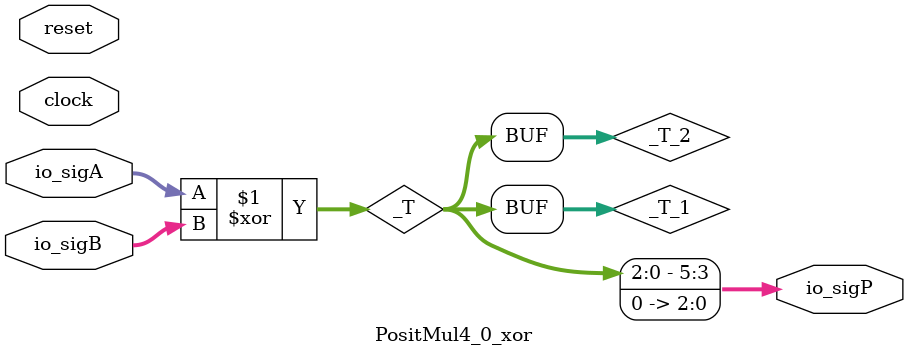
<source format=v>
module PositMul4_0_xor(
  input        clock,
  input        reset,
  input  [2:0] io_sigA,
  input  [2:0] io_sigB,
  output [5:0] io_sigP
);
  wire [2:0] _T; // @[PositMul.scala 51:23]
  wire [2:0] _T_1; // @[PositMul.scala 51:23]
  wire [2:0] _T_2; // @[Cat.scala 29:58]
  assign _T = $signed(io_sigA) ^ $signed(io_sigB); // @[PositMul.scala 51:23]
  assign _T_1 = $signed(_T); // @[PositMul.scala 51:23]
  assign _T_2 = $unsigned(_T_1); // @[Cat.scala 29:58]
  assign io_sigP = {_T_2,3'h0}; // @[PositMul.scala 51:9]
endmodule

</source>
